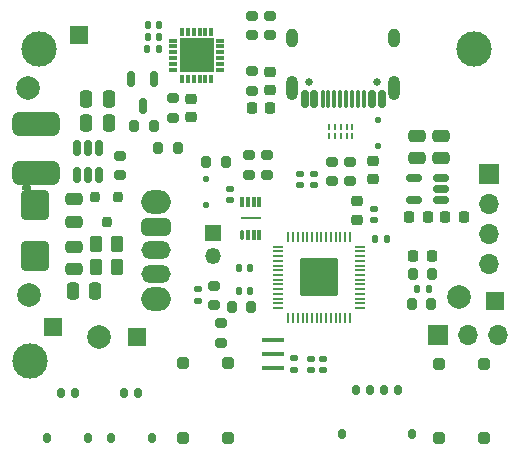
<source format=gbr>
%TF.GenerationSoftware,KiCad,Pcbnew,8.0.1-8.0.1-1~ubuntu22.04.1*%
%TF.CreationDate,2024-06-15T20:16:41+10:00*%
%TF.ProjectId,Machine-Controller,4d616368-696e-4652-9d43-6f6e74726f6c,rev?*%
%TF.SameCoordinates,Original*%
%TF.FileFunction,Soldermask,Top*%
%TF.FilePolarity,Negative*%
%FSLAX46Y46*%
G04 Gerber Fmt 4.6, Leading zero omitted, Abs format (unit mm)*
G04 Created by KiCad (PCBNEW 8.0.1-8.0.1-1~ubuntu22.04.1) date 2024-06-15 20:16:41*
%MOMM*%
%LPD*%
G01*
G04 APERTURE LIST*
G04 Aperture macros list*
%AMRoundRect*
0 Rectangle with rounded corners*
0 $1 Rounding radius*
0 $2 $3 $4 $5 $6 $7 $8 $9 X,Y pos of 4 corners*
0 Add a 4 corners polygon primitive as box body*
4,1,4,$2,$3,$4,$5,$6,$7,$8,$9,$2,$3,0*
0 Add four circle primitives for the rounded corners*
1,1,$1+$1,$2,$3*
1,1,$1+$1,$4,$5*
1,1,$1+$1,$6,$7*
1,1,$1+$1,$8,$9*
0 Add four rect primitives between the rounded corners*
20,1,$1+$1,$2,$3,$4,$5,0*
20,1,$1+$1,$4,$5,$6,$7,0*
20,1,$1+$1,$6,$7,$8,$9,0*
20,1,$1+$1,$8,$9,$2,$3,0*%
G04 Aperture macros list end*
%ADD10C,0.150000*%
%ADD11RoundRect,0.225000X0.225000X0.250000X-0.225000X0.250000X-0.225000X-0.250000X0.225000X-0.250000X0*%
%ADD12C,2.000000*%
%ADD13RoundRect,0.250000X-0.262500X-0.450000X0.262500X-0.450000X0.262500X0.450000X-0.262500X0.450000X0*%
%ADD14RoundRect,0.200000X0.275000X-0.200000X0.275000X0.200000X-0.275000X0.200000X-0.275000X-0.200000X0*%
%ADD15RoundRect,0.500000X-1.500000X0.500000X-1.500000X-0.500000X1.500000X-0.500000X1.500000X0.500000X0*%
%ADD16RoundRect,0.075000X-0.300000X0.075000X-0.300000X-0.075000X0.300000X-0.075000X0.300000X0.075000X0*%
%ADD17RoundRect,0.075000X0.075000X0.300000X-0.075000X0.300000X-0.075000X-0.300000X0.075000X-0.300000X0*%
%ADD18R,2.850000X2.850000*%
%ADD19RoundRect,0.200000X-0.200000X0.250000X-0.200000X-0.250000X0.200000X-0.250000X0.200000X0.250000X0*%
%ADD20R,1.500000X1.500000*%
%ADD21RoundRect,0.200000X-0.275000X0.200000X-0.275000X-0.200000X0.275000X-0.200000X0.275000X0.200000X0*%
%ADD22RoundRect,0.218750X-0.218750X-0.256250X0.218750X-0.256250X0.218750X0.256250X-0.218750X0.256250X0*%
%ADD23RoundRect,0.200000X0.200000X0.275000X-0.200000X0.275000X-0.200000X-0.275000X0.200000X-0.275000X0*%
%ADD24RoundRect,0.150000X0.150000X-0.512500X0.150000X0.512500X-0.150000X0.512500X-0.150000X-0.512500X0*%
%ADD25C,3.000000*%
%ADD26RoundRect,0.125000X0.125000X-0.125000X0.125000X0.125000X-0.125000X0.125000X-0.125000X-0.125000X0*%
%ADD27RoundRect,0.250000X0.250000X-0.250000X0.250000X0.250000X-0.250000X0.250000X-0.250000X-0.250000X0*%
%ADD28RoundRect,0.140000X0.140000X0.170000X-0.140000X0.170000X-0.140000X-0.170000X0.140000X-0.170000X0*%
%ADD29RoundRect,0.140000X0.170000X-0.140000X0.170000X0.140000X-0.170000X0.140000X-0.170000X-0.140000X0*%
%ADD30R,1.700000X1.700000*%
%ADD31O,1.700000X1.700000*%
%ADD32RoundRect,0.200000X-0.200000X-0.275000X0.200000X-0.275000X0.200000X0.275000X-0.200000X0.275000X0*%
%ADD33RoundRect,0.150000X0.512500X0.150000X-0.512500X0.150000X-0.512500X-0.150000X0.512500X-0.150000X0*%
%ADD34RoundRect,0.250000X0.250000X0.475000X-0.250000X0.475000X-0.250000X-0.475000X0.250000X-0.475000X0*%
%ADD35RoundRect,0.050000X-0.387500X-0.050000X0.387500X-0.050000X0.387500X0.050000X-0.387500X0.050000X0*%
%ADD36RoundRect,0.050000X-0.050000X-0.387500X0.050000X-0.387500X0.050000X0.387500X-0.050000X0.387500X0*%
%ADD37RoundRect,0.144000X-1.456000X-1.456000X1.456000X-1.456000X1.456000X1.456000X-1.456000X1.456000X0*%
%ADD38O,2.500000X2.000000*%
%ADD39RoundRect,0.375000X-0.875000X0.375000X-0.875000X-0.375000X0.875000X-0.375000X0.875000X0.375000X0*%
%ADD40O,2.500000X1.500000*%
%ADD41O,0.300000X0.900000*%
%ADD42RoundRect,0.075000X0.075000X0.375000X-0.075000X0.375000X-0.075000X-0.375000X0.075000X-0.375000X0*%
%ADD43RoundRect,0.062500X0.762500X-0.062500X0.762500X0.062500X-0.762500X0.062500X-0.762500X-0.062500X0*%
%ADD44RoundRect,0.150000X-0.150000X-0.275000X0.150000X-0.275000X0.150000X0.275000X-0.150000X0.275000X0*%
%ADD45RoundRect,0.175000X-0.175000X-0.225000X0.175000X-0.225000X0.175000X0.225000X-0.175000X0.225000X0*%
%ADD46RoundRect,0.140000X-0.140000X-0.170000X0.140000X-0.170000X0.140000X0.170000X-0.140000X0.170000X0*%
%ADD47C,0.650000*%
%ADD48RoundRect,0.150000X0.150000X0.575000X-0.150000X0.575000X-0.150000X-0.575000X0.150000X-0.575000X0*%
%ADD49RoundRect,0.075000X0.075000X0.650000X-0.075000X0.650000X-0.075000X-0.650000X0.075000X-0.650000X0*%
%ADD50O,1.000000X2.100000*%
%ADD51O,1.000000X1.600000*%
%ADD52RoundRect,0.225000X0.250000X-0.225000X0.250000X0.225000X-0.250000X0.225000X-0.250000X-0.225000X0*%
%ADD53RoundRect,0.050000X-0.050000X-0.187500X0.050000X-0.187500X0.050000X0.187500X-0.050000X0.187500X0*%
%ADD54RoundRect,0.250000X-0.475000X0.250000X-0.475000X-0.250000X0.475000X-0.250000X0.475000X0.250000X0*%
%ADD55RoundRect,0.140000X-0.170000X0.140000X-0.170000X-0.140000X0.170000X-0.140000X0.170000X0.140000X0*%
%ADD56RoundRect,0.225000X-0.225000X-0.250000X0.225000X-0.250000X0.225000X0.250000X-0.225000X0.250000X0*%
%ADD57R,1.350000X1.350000*%
%ADD58O,1.350000X1.350000*%
%ADD59RoundRect,0.135000X0.185000X-0.135000X0.185000X0.135000X-0.185000X0.135000X-0.185000X-0.135000X0*%
%ADD60RoundRect,0.125000X-0.125000X0.125000X-0.125000X-0.125000X0.125000X-0.125000X0.125000X0.125000X0*%
%ADD61O,1.900000X0.400000*%
%ADD62RoundRect,0.100000X-0.850000X0.100000X-0.850000X-0.100000X0.850000X-0.100000X0.850000X0.100000X0*%
%ADD63RoundRect,0.250000X0.900000X-1.000000X0.900000X1.000000X-0.900000X1.000000X-0.900000X-1.000000X0*%
%ADD64RoundRect,0.135000X-0.185000X0.135000X-0.185000X-0.135000X0.185000X-0.135000X0.185000X0.135000X0*%
%ADD65RoundRect,0.150000X-0.150000X0.512500X-0.150000X-0.512500X0.150000X-0.512500X0.150000X0.512500X0*%
G04 APERTURE END LIST*
D10*
X128651000Y-79121000D02*
X128651000Y-79375000D01*
X128016000Y-79375000D02*
X128016000Y-79121000D01*
X128016000Y-79121000D02*
X128651000Y-79121000D01*
X128016000Y-79248000D02*
X128651000Y-79248000D01*
X128651000Y-79375000D02*
X128016000Y-79375000D01*
D11*
%TO.C,C4*%
X162306000Y-81788000D03*
X160756000Y-81788000D03*
%TD*%
D12*
%TO.C,TP4*%
X164973000Y-88519000D03*
%TD*%
D13*
%TO.C,R1*%
X134215500Y-85979000D03*
X136040500Y-85979000D03*
%TD*%
D14*
%TO.C,R11*%
X148971000Y-66357000D03*
X148971000Y-64707000D03*
%TD*%
D15*
%TO.C,L1*%
X129159000Y-73896000D03*
X129159000Y-77996000D03*
%TD*%
D16*
%TO.C,U4*%
X144748000Y-69322000D03*
X144748000Y-68822000D03*
X144748000Y-68322000D03*
X144748000Y-67822000D03*
X144748000Y-67322000D03*
X144748000Y-66822000D03*
D17*
X143998000Y-66072000D03*
X143498000Y-66072000D03*
X142998000Y-66072000D03*
X142498000Y-66072000D03*
X141998000Y-66072000D03*
X141498000Y-66072000D03*
D16*
X140748000Y-66822000D03*
X140748000Y-67322000D03*
X140748000Y-67822000D03*
X140748000Y-68322000D03*
X140748000Y-68822000D03*
X140748000Y-69322000D03*
D17*
X141498000Y-70072000D03*
X141998000Y-70072000D03*
X142498000Y-70072000D03*
X142998000Y-70072000D03*
X143498000Y-70072000D03*
X143998000Y-70072000D03*
D18*
X142748000Y-68072000D03*
%TD*%
D19*
%TO.C,Q1*%
X136078000Y-80103000D03*
X134178000Y-80103000D03*
X135128000Y-82203000D03*
%TD*%
D20*
%TO.C,TP8*%
X132791200Y-66344800D03*
%TD*%
D21*
%TO.C,R9*%
X144234800Y-87567000D03*
X144234800Y-89217000D03*
%TD*%
D12*
%TO.C,TP6*%
X128508800Y-70866000D03*
%TD*%
D14*
%TO.C,R14*%
X154178000Y-78737000D03*
X154178000Y-77087000D03*
%TD*%
D22*
%TO.C,D2*%
X161100300Y-85024000D03*
X162675300Y-85024000D03*
%TD*%
D23*
%TO.C,R10*%
X147383000Y-89408000D03*
X145733000Y-89408000D03*
%TD*%
D24*
%TO.C,U1*%
X132577800Y-78226500D03*
X133527800Y-78226500D03*
X134477800Y-78226500D03*
X134477800Y-75951500D03*
X133527800Y-75951500D03*
X132577800Y-75951500D03*
%TD*%
D25*
%TO.C,H1*%
X129413000Y-67564000D03*
%TD*%
D26*
%TO.C,D3*%
X158115000Y-75776000D03*
X158115000Y-73576000D03*
%TD*%
D27*
%TO.C,SW3*%
X163289800Y-100493000D03*
X163289800Y-94193000D03*
X167089800Y-100493000D03*
X167089800Y-94193000D03*
%TD*%
D28*
%TO.C,TH1*%
X139573000Y-66548000D03*
X138613000Y-66548000D03*
%TD*%
D29*
%TO.C,C18*%
X151511000Y-79093000D03*
X151511000Y-78133000D03*
%TD*%
D30*
%TO.C,Brd1*%
X167513000Y-78105000D03*
D31*
X167513000Y-80645000D03*
X167513000Y-83185000D03*
X167513000Y-85725000D03*
%TD*%
D32*
%TO.C,R16*%
X139510000Y-75946000D03*
X141160000Y-75946000D03*
%TD*%
%TO.C,R13*%
X161062800Y-86547999D03*
X162712800Y-86547999D03*
%TD*%
D33*
%TO.C,U3*%
X163443500Y-80325000D03*
X163443500Y-79375000D03*
X163443500Y-78425000D03*
X161168500Y-78425000D03*
X161168500Y-80325000D03*
%TD*%
D34*
%TO.C,C1*%
X135316000Y-73787000D03*
X133416000Y-73787000D03*
%TD*%
D35*
%TO.C,U5*%
X149678800Y-84275000D03*
X149678800Y-84675000D03*
X149678800Y-85075000D03*
X149678800Y-85475000D03*
X149678800Y-85875000D03*
X149678800Y-86275000D03*
X149678800Y-86675000D03*
X149678800Y-87075000D03*
X149678800Y-87475000D03*
X149678800Y-87875000D03*
X149678800Y-88275000D03*
X149678800Y-88675000D03*
X149678800Y-89075000D03*
X149678800Y-89475000D03*
D36*
X150516300Y-90312500D03*
X150916300Y-90312500D03*
X151316300Y-90312500D03*
X151716300Y-90312500D03*
X152116300Y-90312500D03*
X152516300Y-90312500D03*
X152916300Y-90312500D03*
X153316300Y-90312500D03*
X153716300Y-90312500D03*
X154116300Y-90312500D03*
X154516300Y-90312500D03*
X154916300Y-90312500D03*
X155316300Y-90312500D03*
X155716300Y-90312500D03*
D35*
X156553800Y-89475000D03*
X156553800Y-89075000D03*
X156553800Y-88675000D03*
X156553800Y-88275000D03*
X156553800Y-87875000D03*
X156553800Y-87475000D03*
X156553800Y-87075000D03*
X156553800Y-86675000D03*
X156553800Y-86275000D03*
X156553800Y-85875000D03*
X156553800Y-85475000D03*
X156553800Y-85075000D03*
X156553800Y-84675000D03*
X156553800Y-84275000D03*
D36*
X155716300Y-83437500D03*
X155316300Y-83437500D03*
X154916300Y-83437500D03*
X154516300Y-83437500D03*
X154116300Y-83437500D03*
X153716300Y-83437500D03*
X153316300Y-83437500D03*
X152916300Y-83437500D03*
X152516300Y-83437500D03*
X152116300Y-83437500D03*
X151716300Y-83437500D03*
X151316300Y-83437500D03*
X150916300Y-83437500D03*
X150516300Y-83437500D03*
D37*
X153116300Y-86875000D03*
%TD*%
D38*
%TO.C,SW1*%
X139319000Y-80482000D03*
X139319000Y-88682000D03*
D39*
X139319000Y-82582000D03*
D40*
X139319000Y-84582000D03*
X139319000Y-86582000D03*
%TD*%
D29*
%TO.C,C16*%
X145542000Y-80363000D03*
X145542000Y-79403000D03*
%TD*%
D34*
%TO.C,C6*%
X134173000Y-88011000D03*
X132273000Y-88011000D03*
%TD*%
D25*
%TO.C,H3*%
X128651000Y-93980000D03*
%TD*%
D41*
%TO.C,U2*%
X146568300Y-83249000D03*
D42*
X147068300Y-83249000D03*
X147568300Y-83249000D03*
X148068300Y-83249000D03*
X148068300Y-80449000D03*
X147568300Y-80449000D03*
X147068300Y-80449000D03*
X146568300Y-80449000D03*
D43*
X147318300Y-81849000D03*
%TD*%
D44*
%TO.C,J2*%
X156212000Y-96391000D03*
X157412000Y-96391000D03*
X158612000Y-96391000D03*
X159812000Y-96391000D03*
D45*
X155062000Y-100166000D03*
X160962000Y-100166000D03*
%TD*%
D11*
%TO.C,C25*%
X148984000Y-72517000D03*
X147434000Y-72517000D03*
%TD*%
D46*
%TO.C,C14*%
X157889000Y-83627000D03*
X158849000Y-83627000D03*
%TD*%
D44*
%TO.C,J7*%
X131226000Y-96682000D03*
X132426000Y-96682000D03*
D45*
X130076000Y-100457000D03*
X133576000Y-100457000D03*
%TD*%
D47*
%TO.C,J6*%
X158050000Y-70297000D03*
X152270000Y-70297000D03*
D48*
X158410000Y-71742000D03*
X157610000Y-71742000D03*
D49*
X156410000Y-71742000D03*
X155410000Y-71742000D03*
X154910000Y-71742000D03*
X153910000Y-71742000D03*
D48*
X152710000Y-71742000D03*
X151910000Y-71742000D03*
X151910000Y-71742000D03*
X152710000Y-71742000D03*
D49*
X153410000Y-71742000D03*
X154410000Y-71742000D03*
X155910000Y-71742000D03*
X156910000Y-71742000D03*
D48*
X157610000Y-71742000D03*
X158410000Y-71742000D03*
D50*
X159480000Y-70827000D03*
D51*
X159480000Y-66647000D03*
D50*
X150840000Y-70827000D03*
D51*
X150840000Y-66647000D03*
%TD*%
D21*
%TO.C,R2*%
X136271000Y-76588800D03*
X136271000Y-78238800D03*
%TD*%
D52*
%TO.C,C17*%
X157696800Y-78560000D03*
X157696800Y-77010000D03*
%TD*%
D12*
%TO.C,TP2*%
X134493000Y-91948000D03*
%TD*%
D20*
%TO.C,TP9*%
X168046400Y-88874600D03*
%TD*%
D29*
%TO.C,C15*%
X157734000Y-82014000D03*
X157734000Y-81054000D03*
%TD*%
D23*
%TO.C,R4*%
X162623000Y-89154000D03*
X160973000Y-89154000D03*
%TD*%
D52*
%TO.C,C7*%
X156299800Y-81989000D03*
X156299800Y-80439000D03*
%TD*%
D25*
%TO.C,H2*%
X166243000Y-67564000D03*
%TD*%
D53*
%TO.C,D6*%
X153940000Y-74930000D03*
X154440000Y-74930000D03*
X154940000Y-74930000D03*
X155440000Y-74930000D03*
X155940000Y-74930000D03*
X155940000Y-74154000D03*
X155440000Y-74154000D03*
X154940000Y-74154000D03*
X154440000Y-74154000D03*
X153940000Y-74154000D03*
%TD*%
D46*
%TO.C,C8*%
X138613000Y-65532000D03*
X139573000Y-65532000D03*
%TD*%
D13*
%TO.C,R7*%
X134215500Y-84074000D03*
X136040500Y-84074000D03*
%TD*%
D28*
%TO.C,C11*%
X147292000Y-88011000D03*
X146332000Y-88011000D03*
%TD*%
D54*
%TO.C,C21*%
X161416997Y-74869002D03*
X161416997Y-76769000D03*
%TD*%
D32*
%TO.C,R17*%
X137478000Y-74041000D03*
X139128000Y-74041000D03*
%TD*%
D52*
%TO.C,C26*%
X148971000Y-71006000D03*
X148971000Y-69456000D03*
%TD*%
D29*
%TO.C,C9*%
X152654000Y-79093000D03*
X152654000Y-78133000D03*
%TD*%
D21*
%TO.C,R21*%
X147193000Y-76518000D03*
X147193000Y-78168000D03*
%TD*%
D55*
%TO.C,C13*%
X152400000Y-93754000D03*
X152400000Y-94714000D03*
%TD*%
D56*
%TO.C,C5*%
X163817000Y-81788000D03*
X165367000Y-81788000D03*
%TD*%
D20*
%TO.C,TP5*%
X137668000Y-91948000D03*
%TD*%
D21*
%TO.C,R18*%
X140716000Y-71692000D03*
X140716000Y-73342000D03*
%TD*%
D27*
%TO.C,SW4*%
X141610000Y-100431999D03*
X141610000Y-94132001D03*
X145410000Y-100431999D03*
X145410000Y-94132001D03*
%TD*%
D52*
%TO.C,C23*%
X142240000Y-73292000D03*
X142240000Y-71742000D03*
%TD*%
D57*
%TO.C,SW2*%
X144145000Y-83074000D03*
D58*
X144145000Y-85074000D03*
%TD*%
D28*
%TO.C,C12*%
X147292000Y-86106000D03*
X146332000Y-86106000D03*
%TD*%
D44*
%TO.C,J4*%
X136614800Y-96677000D03*
X137814800Y-96677000D03*
D45*
X135464800Y-100452000D03*
X138964800Y-100452000D03*
%TD*%
D59*
%TO.C,R5*%
X151003000Y-94744000D03*
X151003000Y-93724000D03*
%TD*%
D60*
%TO.C,D4*%
X143510000Y-78572001D03*
X143510000Y-80772001D03*
%TD*%
D34*
%TO.C,C20*%
X135316000Y-71755000D03*
X133416000Y-71755000D03*
%TD*%
D55*
%TO.C,C19*%
X153416000Y-93754000D03*
X153416000Y-94714000D03*
%TD*%
D61*
%TO.C,Y2*%
X149225000Y-92163500D03*
D62*
X149225000Y-93363500D03*
X149225000Y-94563500D03*
%TD*%
D46*
%TO.C,C10*%
X161445000Y-87884000D03*
X162405000Y-87884000D03*
%TD*%
D54*
%TO.C,C22*%
X132334000Y-84267000D03*
X132334000Y-86167000D03*
%TD*%
D14*
%TO.C,R15*%
X155702000Y-78738000D03*
X155702000Y-77088000D03*
%TD*%
D23*
%TO.C,R6*%
X145224000Y-77089000D03*
X143574000Y-77089000D03*
%TD*%
D21*
%TO.C,R19*%
X147447000Y-69406000D03*
X147447000Y-71056000D03*
%TD*%
%TO.C,R3*%
X144780000Y-90742000D03*
X144780000Y-92392000D03*
%TD*%
D54*
%TO.C,C2*%
X132334000Y-80264000D03*
X132334000Y-82164000D03*
%TD*%
D63*
%TO.C,D5*%
X129032000Y-85081000D03*
X129032000Y-80781000D03*
%TD*%
D12*
%TO.C,TP1*%
X128524000Y-88392000D03*
%TD*%
D20*
%TO.C,TP7*%
X130606800Y-91084400D03*
%TD*%
D46*
%TO.C,C24*%
X138585000Y-67564000D03*
X139545000Y-67564000D03*
%TD*%
D14*
%TO.C,R12*%
X147447000Y-66357000D03*
X147447000Y-64707000D03*
%TD*%
D64*
%TO.C,R8*%
X142875000Y-87882000D03*
X142875000Y-88902000D03*
%TD*%
D65*
%TO.C,D1*%
X139125999Y-70109500D03*
X137226001Y-70109500D03*
X138176000Y-72384500D03*
%TD*%
D54*
%TO.C,C3*%
X163449000Y-74869001D03*
X163449000Y-76768999D03*
%TD*%
D21*
%TO.C,R20*%
X148717000Y-76518000D03*
X148717000Y-78168000D03*
%TD*%
D30*
%TO.C,J3*%
X163210000Y-91719000D03*
D31*
X165750000Y-91719000D03*
X168290000Y-91719000D03*
%TD*%
M02*

</source>
